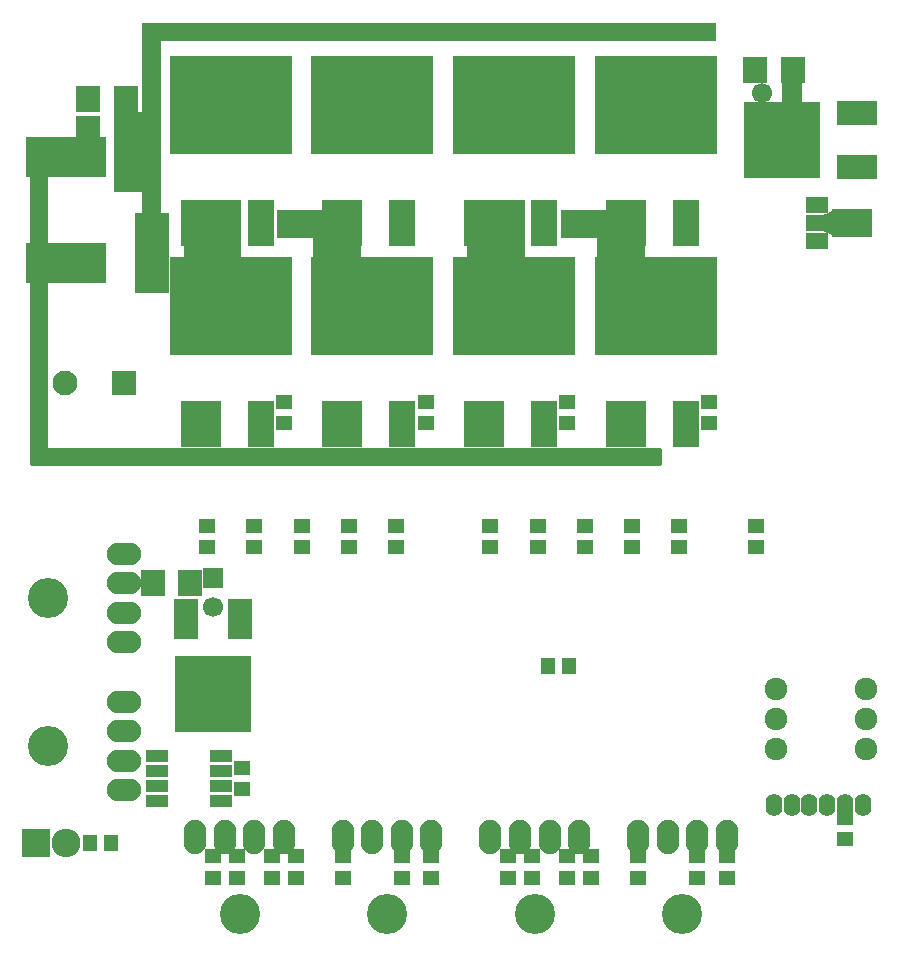
<source format=gbr>
G04 #@! TF.FileFunction,Soldermask,Bot*
%FSLAX46Y46*%
G04 Gerber Fmt 4.6, Leading zero omitted, Abs format (unit mm)*
G04 Created by KiCad (PCBNEW 4.0.6) date 04/15/17 20:28:12*
%MOMM*%
%LPD*%
G01*
G04 APERTURE LIST*
%ADD10C,0.100000*%
%ADD11R,2.200000X3.900000*%
%ADD12R,3.400000X3.900000*%
%ADD13R,10.400000X8.400000*%
%ADD14O,1.900000X2.900000*%
%ADD15C,3.400000*%
%ADD16O,2.900000X1.900000*%
%ADD17C,2.100000*%
%ADD18R,2.100000X2.100000*%
%ADD19R,1.950000X1.000000*%
%ADD20R,1.400000X1.200000*%
%ADD21R,3.448000X2.051000*%
%ADD22R,6.496000X6.496000*%
%ADD23C,1.700000*%
%ADD24R,1.700000X1.700000*%
%ADD25R,2.432000X2.432000*%
%ADD26O,2.432000X2.432000*%
%ADD27R,1.200000X1.400000*%
%ADD28O,1.400000X1.924000*%
%ADD29C,1.924000*%
%ADD30R,3.400000X6.900000*%
%ADD31R,6.851600X3.400000*%
%ADD32R,2.051000X3.448000*%
%ADD33R,2.000000X2.200000*%
%ADD34R,1.901140X1.400760*%
%ADD35R,3.399740X2.398980*%
%ADD36R,2.900000X6.900000*%
%ADD37R,2.400000X5.900000*%
%ADD38R,5.900000X2.400000*%
%ADD39C,0.026000*%
%ADD40C,0.254000*%
G04 APERTURE END LIST*
D10*
D11*
X32540000Y-18000000D03*
D12*
X27460000Y-18000000D03*
D13*
X30000000Y-8000000D03*
D14*
X52500000Y-70000000D03*
X55000000Y-70000000D03*
X57500000Y-70000000D03*
X60000000Y-70000000D03*
D15*
X56250000Y-76500000D03*
D14*
X15000000Y-70000000D03*
X17500000Y-70000000D03*
X20000000Y-70000000D03*
X22500000Y-70000000D03*
D15*
X18750000Y-76500000D03*
D16*
X9000000Y-58500000D03*
X9000000Y-61000000D03*
X9000000Y-63500000D03*
X9000000Y-66000000D03*
D15*
X2500000Y-62250000D03*
D17*
X4000000Y-31500000D03*
D18*
X9000000Y-31500000D03*
D19*
X17200000Y-63095000D03*
X17200000Y-64365000D03*
X17200000Y-65635000D03*
X17200000Y-66905000D03*
X11800000Y-66905000D03*
X11800000Y-65635000D03*
X11800000Y-64365000D03*
X11800000Y-63095000D03*
D20*
X20000000Y-45400000D03*
X20000000Y-43600000D03*
D21*
X71000000Y-8714000D03*
D22*
X64650000Y-11000000D03*
D21*
X71000000Y-13286000D03*
D23*
X16500000Y-50500000D03*
D24*
X16500000Y-48000000D03*
D25*
X1500000Y-70500000D03*
D26*
X4040000Y-70500000D03*
D20*
X28000000Y-43600000D03*
X28000000Y-45400000D03*
X52000000Y-43600000D03*
X52000000Y-45400000D03*
X40000000Y-43600000D03*
X40000000Y-45400000D03*
X70000000Y-68350000D03*
X70000000Y-70150000D03*
D27*
X46650000Y-55500000D03*
X44850000Y-55500000D03*
D20*
X32000000Y-45400000D03*
X32000000Y-43600000D03*
X56000000Y-45400000D03*
X56000000Y-43600000D03*
X44000000Y-45400000D03*
X44000000Y-43600000D03*
D27*
X7900000Y-70500000D03*
X6100000Y-70500000D03*
D20*
X34500000Y-33100000D03*
X34500000Y-34900000D03*
X22500000Y-33100000D03*
X22500000Y-34900000D03*
X58500000Y-33100000D03*
X58500000Y-34900000D03*
X46500000Y-33100000D03*
X46500000Y-34900000D03*
X19000000Y-64100000D03*
X19000000Y-65900000D03*
X48000000Y-43600000D03*
X48000000Y-45400000D03*
X32500000Y-73400000D03*
X32500000Y-71600000D03*
X35000000Y-73400000D03*
X35000000Y-71600000D03*
X57500000Y-73400000D03*
X57500000Y-71600000D03*
X60000000Y-73400000D03*
X60000000Y-71600000D03*
X16000000Y-43600000D03*
X16000000Y-45400000D03*
X24000000Y-43600000D03*
X24000000Y-45400000D03*
D28*
X71500000Y-67250000D03*
X70000000Y-67250000D03*
X68500000Y-67250000D03*
X67000000Y-67250000D03*
X65500000Y-67250000D03*
X64000000Y-67250000D03*
D29*
X71810000Y-62540000D03*
X71810000Y-60000000D03*
X71810000Y-57460000D03*
X64190000Y-57460000D03*
X64190000Y-60000000D03*
X64190000Y-62540000D03*
D16*
X9000000Y-46000000D03*
X9000000Y-48500000D03*
X9000000Y-51000000D03*
X9000000Y-53500000D03*
D15*
X2500000Y-49750000D03*
D30*
X9800000Y-12000000D03*
D31*
X4100000Y-12400000D03*
D32*
X14214000Y-51500000D03*
D22*
X16500000Y-57850000D03*
D32*
X18786000Y-51500000D03*
D11*
X20540000Y-35000000D03*
D12*
X15460000Y-35000000D03*
D13*
X18000000Y-25000000D03*
D11*
X32540000Y-35000000D03*
D12*
X27460000Y-35000000D03*
D13*
X30000000Y-25000000D03*
D11*
X44540000Y-18000000D03*
D12*
X39460000Y-18000000D03*
D13*
X42000000Y-8000000D03*
D11*
X44540000Y-35000000D03*
D12*
X39460000Y-35000000D03*
D13*
X42000000Y-25000000D03*
D11*
X56540000Y-35000000D03*
D12*
X51460000Y-35000000D03*
D13*
X54000000Y-25000000D03*
D11*
X56540000Y-18000000D03*
D12*
X51460000Y-18000000D03*
D13*
X54000000Y-8000000D03*
D14*
X27500000Y-70000000D03*
X30000000Y-70000000D03*
X32500000Y-70000000D03*
X35000000Y-70000000D03*
D15*
X31250000Y-76500000D03*
D23*
X63000000Y-7000000D03*
D24*
X65500000Y-7000000D03*
D33*
X11400000Y-48500000D03*
X14600000Y-48500000D03*
X62400000Y-5000000D03*
X65600000Y-5000000D03*
D20*
X62500000Y-43600000D03*
X62500000Y-45400000D03*
D14*
X40000000Y-70000000D03*
X42500000Y-70000000D03*
X45000000Y-70000000D03*
X47500000Y-70000000D03*
D15*
X43750000Y-76500000D03*
D34*
X67648340Y-19501140D03*
X67648340Y-18000000D03*
X67648340Y-16498860D03*
D35*
X70599820Y-18000000D03*
D10*
G36*
X68176050Y-17299620D02*
X69325350Y-16799240D01*
X69325350Y-19200760D01*
X68176050Y-18700380D01*
X68176050Y-17299620D01*
X68176050Y-17299620D01*
G37*
D20*
X18500000Y-71600000D03*
X18500000Y-73400000D03*
X23500000Y-71600000D03*
X23500000Y-73400000D03*
X43500000Y-71600000D03*
X43500000Y-73400000D03*
X48500000Y-71600000D03*
X48500000Y-73400000D03*
X27500000Y-71600000D03*
X27500000Y-73400000D03*
X52500000Y-71600000D03*
X52500000Y-73400000D03*
X16500000Y-73400000D03*
X16500000Y-71600000D03*
X21500000Y-73400000D03*
X21500000Y-71600000D03*
X41500000Y-73400000D03*
X41500000Y-71600000D03*
X46500000Y-73400000D03*
X46500000Y-71600000D03*
D36*
X11300000Y-20500000D03*
D31*
X4100000Y-21400000D03*
D33*
X9100000Y-10000000D03*
X5900000Y-10000000D03*
X9100000Y-7500000D03*
X5900000Y-7500000D03*
D11*
X20540000Y-18000000D03*
D12*
X15460000Y-18000000D03*
D13*
X18000000Y-8000000D03*
D37*
X41700000Y-19000000D03*
D38*
X48900000Y-18100000D03*
D37*
X17700000Y-19000000D03*
D38*
X24900000Y-18100000D03*
D39*
G36*
X58987000Y-2487000D02*
X12000000Y-2487000D01*
X11994942Y-2488024D01*
X11990681Y-2490935D01*
X11987889Y-2495275D01*
X11987000Y-2500000D01*
X11987000Y-18987000D01*
X10513000Y-18987000D01*
X10513000Y-1013000D01*
X58987000Y-1013000D01*
X58987000Y-2487000D01*
X58987000Y-2487000D01*
G37*
X58987000Y-2487000D02*
X12000000Y-2487000D01*
X11994942Y-2488024D01*
X11990681Y-2490935D01*
X11987889Y-2495275D01*
X11987000Y-2500000D01*
X11987000Y-18987000D01*
X10513000Y-18987000D01*
X10513000Y-1013000D01*
X58987000Y-1013000D01*
X58987000Y-2487000D01*
D40*
G36*
X2373000Y-37000000D02*
X2383006Y-37049410D01*
X2411447Y-37091035D01*
X2453841Y-37118315D01*
X2500000Y-37127000D01*
X54373000Y-37127000D01*
X54373000Y-38373000D01*
X1127000Y-38373000D01*
X1127000Y-12627000D01*
X2373000Y-12627000D01*
X2373000Y-37000000D01*
X2373000Y-37000000D01*
G37*
X2373000Y-37000000D02*
X2383006Y-37049410D01*
X2411447Y-37091035D01*
X2453841Y-37118315D01*
X2500000Y-37127000D01*
X54373000Y-37127000D01*
X54373000Y-38373000D01*
X1127000Y-38373000D01*
X1127000Y-12627000D01*
X2373000Y-12627000D01*
X2373000Y-37000000D01*
D39*
G36*
X16987000Y-20987000D02*
X14013000Y-20987000D01*
X14013000Y-19513000D01*
X16987000Y-19513000D01*
X16987000Y-20987000D01*
X16987000Y-20987000D01*
G37*
X16987000Y-20987000D02*
X14013000Y-20987000D01*
X14013000Y-19513000D01*
X16987000Y-19513000D01*
X16987000Y-20987000D01*
G36*
X28987000Y-20987000D02*
X25013000Y-20987000D01*
X25013000Y-19013000D01*
X28987000Y-19013000D01*
X28987000Y-20987000D01*
X28987000Y-20987000D01*
G37*
X28987000Y-20987000D02*
X25013000Y-20987000D01*
X25013000Y-19013000D01*
X28987000Y-19013000D01*
X28987000Y-20987000D01*
G36*
X40987000Y-20987000D02*
X38013000Y-20987000D01*
X38013000Y-19513000D01*
X40987000Y-19513000D01*
X40987000Y-20987000D01*
X40987000Y-20987000D01*
G37*
X40987000Y-20987000D02*
X38013000Y-20987000D01*
X38013000Y-19513000D01*
X40987000Y-19513000D01*
X40987000Y-20987000D01*
G36*
X52987000Y-20987000D02*
X49013000Y-20987000D01*
X49013000Y-19013000D01*
X52987000Y-19013000D01*
X52987000Y-20987000D01*
X52987000Y-20987000D01*
G37*
X52987000Y-20987000D02*
X49013000Y-20987000D01*
X49013000Y-19013000D01*
X52987000Y-19013000D01*
X52987000Y-20987000D01*
M02*

</source>
